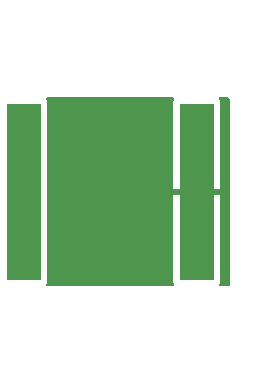
<source format=gbr>
%TF.GenerationSoftware,KiCad,Pcbnew,7.0.2*%
%TF.CreationDate,2023-08-30T13:34:59-07:00*%
%TF.ProjectId,fuse_test,66757365-5f74-4657-9374-2e6b69636164,rev?*%
%TF.SameCoordinates,Original*%
%TF.FileFunction,Copper,L1,Top*%
%TF.FilePolarity,Positive*%
%FSLAX46Y46*%
G04 Gerber Fmt 4.6, Leading zero omitted, Abs format (unit mm)*
G04 Created by KiCad (PCBNEW 7.0.2) date 2023-08-30 13:34:59*
%MOMM*%
%LPD*%
G01*
G04 APERTURE LIST*
%TA.AperFunction,ComponentPad*%
%ADD10R,3.000000X15.000000*%
%TD*%
G04 APERTURE END LIST*
D10*
%TO.P,F1,1,INPUT*%
%TO.N,Net-(F1-INPUT)*%
X140368996Y-85000000D03*
%TO.P,F1,2,OUTPUT*%
%TO.N,GND*%
X155000000Y-85000000D03*
%TD*%
%TA.AperFunction,Conductor*%
%TO.N,GND*%
G36*
X153068662Y-77020185D02*
G01*
X153114417Y-77072989D01*
X153124361Y-77142147D01*
X153100890Y-77198811D01*
X153056647Y-77257911D01*
X153006400Y-77392628D01*
X153000354Y-77448867D01*
X153000000Y-77455481D01*
X153000000Y-84750000D01*
X154225000Y-84750000D01*
X154225000Y-85250000D01*
X153000000Y-85250000D01*
X153000000Y-92544518D01*
X153000354Y-92551132D01*
X153006400Y-92607371D01*
X153056647Y-92742088D01*
X153100890Y-92801189D01*
X153125307Y-92866653D01*
X153110456Y-92934926D01*
X153061051Y-92984332D01*
X153001623Y-92999500D01*
X142367998Y-92999500D01*
X142300959Y-92979815D01*
X142255204Y-92927011D01*
X142245260Y-92857853D01*
X142268731Y-92801190D01*
X142296693Y-92763835D01*
X142312792Y-92742331D01*
X142363087Y-92607483D01*
X142369496Y-92547873D01*
X142369495Y-77452128D01*
X142363087Y-77392517D01*
X142312792Y-77257669D01*
X142312790Y-77257666D01*
X142268731Y-77198810D01*
X142244314Y-77133346D01*
X142259166Y-77065073D01*
X142308571Y-77015668D01*
X142367998Y-77000500D01*
X153001623Y-77000500D01*
X153068662Y-77020185D01*
G37*
%TD.AperFunction*%
%TA.AperFunction,Conductor*%
G36*
X157742539Y-77020185D02*
G01*
X157788294Y-77072989D01*
X157799500Y-77124500D01*
X157799500Y-92875500D01*
X157779815Y-92942539D01*
X157727011Y-92988294D01*
X157675500Y-92999500D01*
X156998377Y-92999500D01*
X156931338Y-92979815D01*
X156885583Y-92927011D01*
X156875639Y-92857853D01*
X156899110Y-92801189D01*
X156943352Y-92742088D01*
X156993599Y-92607371D01*
X156999645Y-92551132D01*
X157000000Y-92544518D01*
X157000000Y-85250000D01*
X155775000Y-85250000D01*
X155775000Y-84750000D01*
X157000000Y-84750000D01*
X157000000Y-77455481D01*
X156999645Y-77448867D01*
X156993599Y-77392628D01*
X156943352Y-77257911D01*
X156899110Y-77198811D01*
X156874693Y-77133347D01*
X156889544Y-77065074D01*
X156938949Y-77015668D01*
X156998377Y-77000500D01*
X157675500Y-77000500D01*
X157742539Y-77020185D01*
G37*
%TD.AperFunction*%
%TD*%
M02*

</source>
